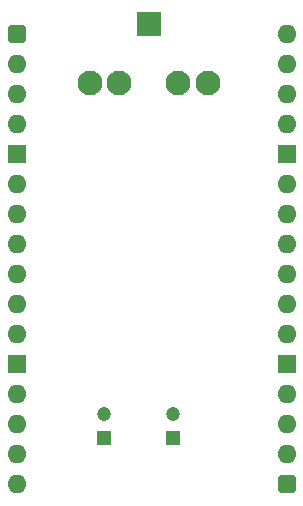
<source format=gbs>
%TF.GenerationSoftware,KiCad,Pcbnew,7.0.5*%
%TF.CreationDate,2024-02-16T13:46:35+02:00*%
%TF.ProjectId,Audio DAC,41756469-6f20-4444-9143-2e6b69636164,V0*%
%TF.SameCoordinates,PX6d01460PY32de760*%
%TF.FileFunction,Soldermask,Bot*%
%TF.FilePolarity,Negative*%
%FSLAX46Y46*%
G04 Gerber Fmt 4.6, Leading zero omitted, Abs format (unit mm)*
G04 Created by KiCad (PCBNEW 7.0.5) date 2024-02-16 13:46:35*
%MOMM*%
%LPD*%
G01*
G04 APERTURE LIST*
G04 Aperture macros list*
%AMRoundRect*
0 Rectangle with rounded corners*
0 $1 Rounding radius*
0 $2 $3 $4 $5 $6 $7 $8 $9 X,Y pos of 4 corners*
0 Add a 4 corners polygon primitive as box body*
4,1,4,$2,$3,$4,$5,$6,$7,$8,$9,$2,$3,0*
0 Add four circle primitives for the rounded corners*
1,1,$1+$1,$2,$3*
1,1,$1+$1,$4,$5*
1,1,$1+$1,$6,$7*
1,1,$1+$1,$8,$9*
0 Add four rect primitives between the rounded corners*
20,1,$1+$1,$2,$3,$4,$5,0*
20,1,$1+$1,$4,$5,$6,$7,0*
20,1,$1+$1,$6,$7,$8,$9,0*
20,1,$1+$1,$8,$9,$2,$3,0*%
G04 Aperture macros list end*
%ADD10RoundRect,0.400000X-0.400000X-0.400000X0.400000X-0.400000X0.400000X0.400000X-0.400000X0.400000X0*%
%ADD11O,1.600000X1.600000*%
%ADD12R,1.600000X1.600000*%
%ADD13R,2.100000X2.100000*%
%ADD14C,2.100000*%
%ADD15R,1.200000X1.200000*%
%ADD16C,1.200000*%
G04 APERTURE END LIST*
D10*
%TO.C,J1*%
X0Y0D03*
D11*
X0Y-2540000D03*
X0Y-5080000D03*
X0Y-7620000D03*
D12*
X0Y-10160000D03*
D11*
X0Y-12700000D03*
X0Y-15240000D03*
X0Y-17780000D03*
X0Y-20320000D03*
X0Y-22860000D03*
X0Y-25400000D03*
D12*
X0Y-27940000D03*
D11*
X0Y-30480000D03*
X0Y-33020000D03*
X0Y-35560000D03*
X0Y-38100000D03*
D10*
X22860000Y-38100000D03*
D11*
X22860000Y-35560000D03*
X22860000Y-33020000D03*
X22860000Y-30480000D03*
D12*
X22860000Y-27940000D03*
D11*
X22860000Y-25400000D03*
X22860000Y-22860000D03*
X22860000Y-20320000D03*
X22860000Y-17780000D03*
X22860000Y-15240000D03*
X22860000Y-12700000D03*
D12*
X22860000Y-10160000D03*
D11*
X22860000Y-7620000D03*
X22860000Y-5080000D03*
X22860000Y-2540000D03*
X22860000Y0D03*
%TD*%
D13*
%TO.C,J2*%
X11176000Y881000D03*
D14*
X6176000Y-4119000D03*
X16176000Y-4119000D03*
X8676000Y-4119000D03*
X13676000Y-4119000D03*
%TD*%
D15*
%TO.C,C5*%
X7366000Y-34163000D03*
D16*
X7366000Y-32163000D03*
%TD*%
D15*
%TO.C,C12*%
X13208000Y-34163000D03*
D16*
X13208000Y-32163000D03*
%TD*%
M02*

</source>
